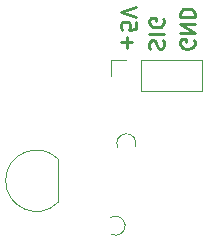
<source format=gbr>
%TF.GenerationSoftware,KiCad,Pcbnew,8.0.0*%
%TF.CreationDate,2024-03-22T00:36:30-04:00*%
%TF.ProjectId,WaterSensor,57617465-7253-4656-9e73-6f722e6b6963,rev?*%
%TF.SameCoordinates,Original*%
%TF.FileFunction,Legend,Bot*%
%TF.FilePolarity,Positive*%
%FSLAX46Y46*%
G04 Gerber Fmt 4.6, Leading zero omitted, Abs format (unit mm)*
G04 Created by KiCad (PCBNEW 8.0.0) date 2024-03-22 00:36:30*
%MOMM*%
%LPD*%
G01*
G04 APERTURE LIST*
%ADD10C,0.250000*%
%ADD11C,0.120000*%
G04 APERTURE END LIST*
D10*
X398228900Y-53593622D02*
X398168423Y-53412193D01*
X398168423Y-53412193D02*
X398168423Y-53109812D01*
X398168423Y-53109812D02*
X398228900Y-52988860D01*
X398228900Y-52988860D02*
X398289376Y-52928384D01*
X398289376Y-52928384D02*
X398410328Y-52867907D01*
X398410328Y-52867907D02*
X398531280Y-52867907D01*
X398531280Y-52867907D02*
X398652233Y-52928384D01*
X398652233Y-52928384D02*
X398712709Y-52988860D01*
X398712709Y-52988860D02*
X398773185Y-53109812D01*
X398773185Y-53109812D02*
X398833661Y-53351717D01*
X398833661Y-53351717D02*
X398894138Y-53472669D01*
X398894138Y-53472669D02*
X398954614Y-53533146D01*
X398954614Y-53533146D02*
X399075566Y-53593622D01*
X399075566Y-53593622D02*
X399196519Y-53593622D01*
X399196519Y-53593622D02*
X399317471Y-53533146D01*
X399317471Y-53533146D02*
X399377947Y-53472669D01*
X399377947Y-53472669D02*
X399438423Y-53351717D01*
X399438423Y-53351717D02*
X399438423Y-53049336D01*
X399438423Y-53049336D02*
X399377947Y-52867907D01*
X398168423Y-52323622D02*
X399438423Y-52323622D01*
X399377947Y-51053621D02*
X399438423Y-51174574D01*
X399438423Y-51174574D02*
X399438423Y-51356002D01*
X399438423Y-51356002D02*
X399377947Y-51537431D01*
X399377947Y-51537431D02*
X399256995Y-51658383D01*
X399256995Y-51658383D02*
X399136042Y-51718860D01*
X399136042Y-51718860D02*
X398894138Y-51779336D01*
X398894138Y-51779336D02*
X398712709Y-51779336D01*
X398712709Y-51779336D02*
X398470804Y-51718860D01*
X398470804Y-51718860D02*
X398349852Y-51658383D01*
X398349852Y-51658383D02*
X398228900Y-51537431D01*
X398228900Y-51537431D02*
X398168423Y-51356002D01*
X398168423Y-51356002D02*
X398168423Y-51235050D01*
X398168423Y-51235050D02*
X398228900Y-51053621D01*
X398228900Y-51053621D02*
X398289376Y-50993145D01*
X398289376Y-50993145D02*
X398712709Y-50993145D01*
X398712709Y-50993145D02*
X398712709Y-51235050D01*
X401977947Y-52867907D02*
X402038423Y-52988860D01*
X402038423Y-52988860D02*
X402038423Y-53170288D01*
X402038423Y-53170288D02*
X401977947Y-53351717D01*
X401977947Y-53351717D02*
X401856995Y-53472669D01*
X401856995Y-53472669D02*
X401736042Y-53533146D01*
X401736042Y-53533146D02*
X401494138Y-53593622D01*
X401494138Y-53593622D02*
X401312709Y-53593622D01*
X401312709Y-53593622D02*
X401070804Y-53533146D01*
X401070804Y-53533146D02*
X400949852Y-53472669D01*
X400949852Y-53472669D02*
X400828900Y-53351717D01*
X400828900Y-53351717D02*
X400768423Y-53170288D01*
X400768423Y-53170288D02*
X400768423Y-53049336D01*
X400768423Y-53049336D02*
X400828900Y-52867907D01*
X400828900Y-52867907D02*
X400889376Y-52807431D01*
X400889376Y-52807431D02*
X401312709Y-52807431D01*
X401312709Y-52807431D02*
X401312709Y-53049336D01*
X400768423Y-52263146D02*
X402038423Y-52263146D01*
X402038423Y-52263146D02*
X400768423Y-51537431D01*
X400768423Y-51537431D02*
X402038423Y-51537431D01*
X400768423Y-50932670D02*
X402038423Y-50932670D01*
X402038423Y-50932670D02*
X402038423Y-50630289D01*
X402038423Y-50630289D02*
X401977947Y-50448860D01*
X401977947Y-50448860D02*
X401856995Y-50327908D01*
X401856995Y-50327908D02*
X401736042Y-50267431D01*
X401736042Y-50267431D02*
X401494138Y-50206955D01*
X401494138Y-50206955D02*
X401312709Y-50206955D01*
X401312709Y-50206955D02*
X401070804Y-50267431D01*
X401070804Y-50267431D02*
X400949852Y-50327908D01*
X400949852Y-50327908D02*
X400828900Y-50448860D01*
X400828900Y-50448860D02*
X400768423Y-50630289D01*
X400768423Y-50630289D02*
X400768423Y-50932670D01*
X396252233Y-53533146D02*
X396252233Y-52565527D01*
X395768423Y-53049336D02*
X396736042Y-53049336D01*
X397038423Y-51356003D02*
X397038423Y-51960765D01*
X397038423Y-51960765D02*
X396433661Y-52021241D01*
X396433661Y-52021241D02*
X396494138Y-51960765D01*
X396494138Y-51960765D02*
X396554614Y-51839812D01*
X396554614Y-51839812D02*
X396554614Y-51537431D01*
X396554614Y-51537431D02*
X396494138Y-51416479D01*
X396494138Y-51416479D02*
X396433661Y-51356003D01*
X396433661Y-51356003D02*
X396312709Y-51295526D01*
X396312709Y-51295526D02*
X396010328Y-51295526D01*
X396010328Y-51295526D02*
X395889376Y-51356003D01*
X395889376Y-51356003D02*
X395828900Y-51416479D01*
X395828900Y-51416479D02*
X395768423Y-51537431D01*
X395768423Y-51537431D02*
X395768423Y-51839812D01*
X395768423Y-51839812D02*
X395828900Y-51960765D01*
X395828900Y-51960765D02*
X395889376Y-52021241D01*
X397038423Y-50932669D02*
X395768423Y-50509336D01*
X395768423Y-50509336D02*
X397038423Y-50086002D01*
D11*
%TO.C,R2*%
X394910367Y-67880001D02*
G75*
G02*
X395007405Y-69329358I417133J-699999D01*
G01*
%TO.C,J2*%
X394910000Y-54550000D02*
X396240000Y-54550000D01*
X394910000Y-55880000D02*
X394910000Y-54550000D01*
X397510000Y-57210000D02*
X397510000Y-54550000D01*
X402650000Y-54550000D02*
X397510000Y-54550000D01*
X402650000Y-57210000D02*
X397510000Y-57210000D01*
X402650000Y-57210000D02*
X402650000Y-54550000D01*
%TO.C,R1*%
X395540001Y-62017133D02*
G75*
G02*
X396989358Y-61920095I699999J417133D01*
G01*
%TO.C,Q1*%
X390470006Y-66570000D02*
X390470006Y-62970000D01*
X386020006Y-64770000D02*
G75*
G02*
X390458484Y-62931522I2600000J0D01*
G01*
X390458484Y-66608478D02*
G75*
G02*
X386020006Y-64770000I-1838478J1838478D01*
G01*
%TD*%
M02*

</source>
